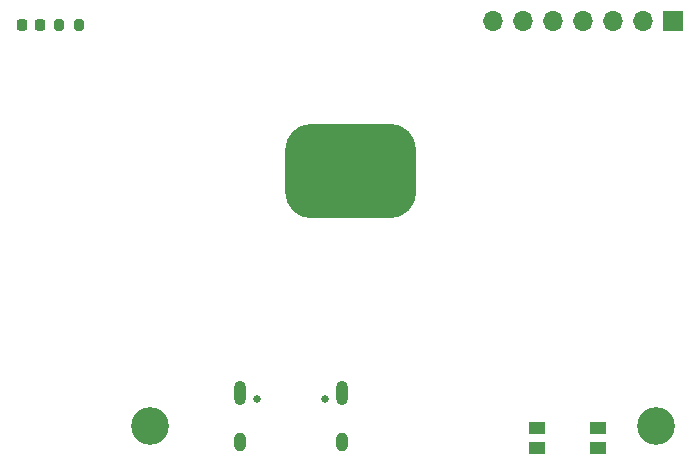
<source format=gbr>
%TF.GenerationSoftware,KiCad,Pcbnew,8.0.7*%
%TF.CreationDate,2025-01-23T23:10:58+01:00*%
%TF.ProjectId,scd30_esp,73636433-305f-4657-9370-2e6b69636164,rev?*%
%TF.SameCoordinates,Original*%
%TF.FileFunction,Soldermask,Bot*%
%TF.FilePolarity,Negative*%
%FSLAX46Y46*%
G04 Gerber Fmt 4.6, Leading zero omitted, Abs format (unit mm)*
G04 Created by KiCad (PCBNEW 8.0.7) date 2025-01-23 23:10:58*
%MOMM*%
%LPD*%
G01*
G04 APERTURE LIST*
G04 Aperture macros list*
%AMRoundRect*
0 Rectangle with rounded corners*
0 $1 Rounding radius*
0 $2 $3 $4 $5 $6 $7 $8 $9 X,Y pos of 4 corners*
0 Add a 4 corners polygon primitive as box body*
4,1,4,$2,$3,$4,$5,$6,$7,$8,$9,$2,$3,0*
0 Add four circle primitives for the rounded corners*
1,1,$1+$1,$2,$3*
1,1,$1+$1,$4,$5*
1,1,$1+$1,$6,$7*
1,1,$1+$1,$8,$9*
0 Add four rect primitives between the rounded corners*
20,1,$1+$1,$2,$3,$4,$5,0*
20,1,$1+$1,$4,$5,$6,$7,0*
20,1,$1+$1,$6,$7,$8,$9,0*
20,1,$1+$1,$8,$9,$2,$3,0*%
G04 Aperture macros list end*
%ADD10C,0.000000*%
%ADD11R,1.700000X1.700000*%
%ADD12O,1.700000X1.700000*%
%ADD13C,3.200000*%
%ADD14C,0.650000*%
%ADD15O,1.000000X2.100000*%
%ADD16O,1.000000X1.600000*%
%ADD17C,1.000000*%
%ADD18R,1.450000X1.000000*%
%ADD19RoundRect,0.200000X-0.200000X-0.275000X0.200000X-0.275000X0.200000X0.275000X-0.200000X0.275000X0*%
%ADD20RoundRect,0.218750X-0.218750X-0.256250X0.218750X-0.256250X0.218750X0.256250X-0.218750X0.256250X0*%
G04 APERTURE END LIST*
D10*
G36*
X143000000Y-88100000D02*
G01*
X143000000Y-88100000D01*
G75*
G02*
X145200000Y-90300000I0J-2200000D01*
G01*
X145200000Y-93900000D01*
G75*
G02*
X143000000Y-96100000I-2200000J0D01*
G01*
X136300000Y-96100000D01*
G75*
G02*
X134100000Y-93900000I0J2200000D01*
G01*
X134100000Y-90300000D01*
G75*
G02*
X136300000Y-88100000I2200000J0D01*
G01*
X143000000Y-88100000D01*
G37*
D11*
%TO.C,J1*%
X166925000Y-79400000D03*
D12*
X164385000Y-79400000D03*
X161845000Y-79400000D03*
X159305000Y-79400000D03*
X156765000Y-79400000D03*
X154225000Y-79400000D03*
X151685000Y-79400000D03*
%TD*%
D13*
%TO.C,REF\u002A\u002A*%
X122700000Y-113700000D03*
%TD*%
D14*
%TO.C,J2*%
X131685000Y-111400000D03*
X137465000Y-111400000D03*
D15*
X130255000Y-110870000D03*
D16*
X130255000Y-115050000D03*
D15*
X138895000Y-110870000D03*
D16*
X138895000Y-115050000D03*
%TD*%
D13*
%TO.C,REF\u002A\u002A*%
X165500000Y-113700000D03*
%TD*%
D17*
%TO.C,TP1*%
X139800000Y-91900000D03*
%TD*%
D18*
%TO.C,SW1*%
X160600000Y-113850000D03*
X155450000Y-113850000D03*
X160600000Y-115550000D03*
X155450000Y-115550000D03*
%TD*%
D19*
%TO.C,R17*%
X114975000Y-79700000D03*
X116625000Y-79700000D03*
%TD*%
D20*
%TO.C,D7*%
X111812500Y-79700000D03*
X113387500Y-79700000D03*
%TD*%
M02*

</source>
